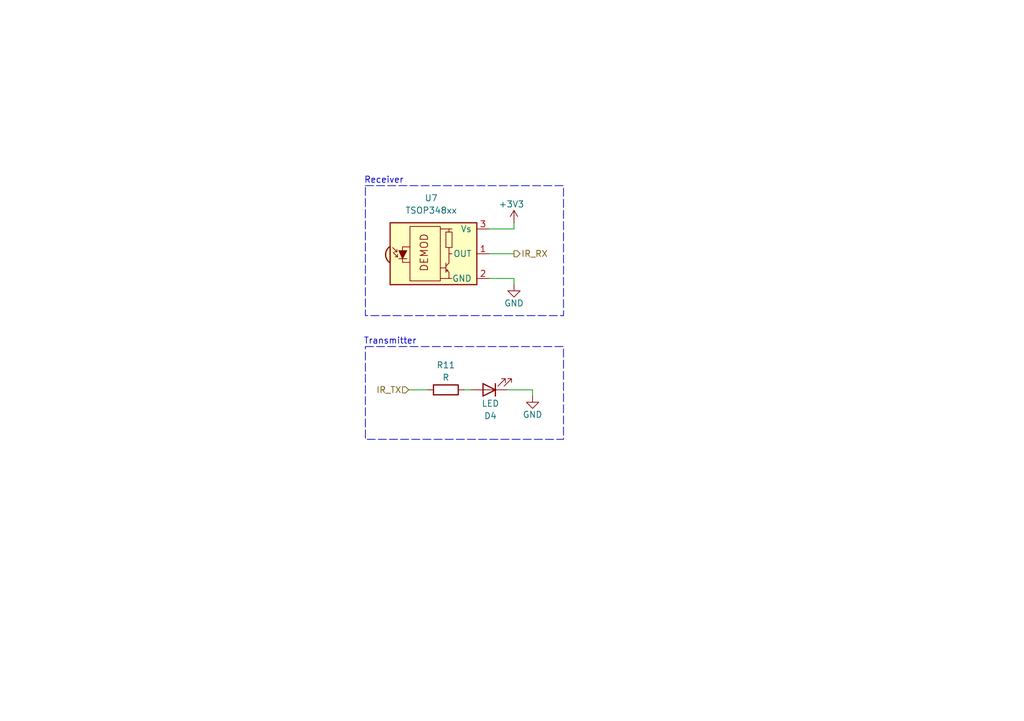
<source format=kicad_sch>
(kicad_sch (version 20250114) (generator "eeschema") (generator_version "9.0")
  (paper "A5")
  (lib_symbols
    (symbol "Device:LED" (pin_numbers (hide yes)) (pin_names (offset 1.016) (hide yes))
      (property "Reference" "D" (at 0 2.54 0))
      (property "Value" "LED" (at 0 -2.54 0))
      (symbol "LED_0_1"
        (polyline (pts (xy -3.048 -0.762) (xy -4.572 -2.286) (xy -3.81 -2.286) (xy -4.572 -2.286) (xy -4.572 -1.524)))
        (polyline (pts (xy -1.778 -0.762) (xy -3.302 -2.286) (xy -2.54 -2.286) (xy -3.302 -2.286) (xy -3.302 -1.524)))
        (polyline (pts (xy -1.27 0) (xy 1.27 0)))
        (polyline (pts (xy -1.27 -1.27) (xy -1.27 1.27)) (stroke (width 0.254)))
        (polyline (pts (xy 1.27 -1.27) (xy 1.27 1.27) (xy -1.27 0) (xy 1.27 -1.27)) (stroke (width 0.254)))
      )
      (symbol "LED_1_1"
        (pin passive line (at -3.81 0 0) (length 2.54) (name "K") (number "1"))
        (pin passive line (at 3.81 0 180) (length 2.54) (name "A") (number "2"))
      )
    )
    (symbol "Device:R" (pin_numbers (hide yes)) (pin_names (offset 0))
      (property "Reference" "R" (at 2.032 0 90))
      (property "Value" "R" (at 0 0 90))
      (symbol "R_0_1"
        (rectangle (start -1.016 -2.54) (end 1.016 2.54) (stroke (width 0.254)))
      )
      (symbol "R_1_1"
        (pin passive line (at 0 3.81 270) (length 1.27) (name "~") (number "1"))
        (pin passive line (at 0 -3.81 90) (length 1.27) (name "~") (number "2"))
      )
    )
    (symbol "Interface_Optical:TSOP348xx" (pin_names (offset 1.016))
      (property "Reference" "U" (at -10.16 7.62 0))
      (property "Value" "TSOP348xx" (at -10.16 -7.62 0))
      (symbol "TSOP348xx_0_0"
        (arc (start -10.287 -1.778) (mid -11.0899 -0.1905) (end -10.287 1.397) (stroke (width 0.254)) (fill (type background)))
        (polyline (pts (xy 1.905 5.08) (xy 0.127 5.08)))
        (polyline (pts (xy 1.905 -5.08) (xy 0.127 -5.08)))
        (text "DEMOD" (at -3.175 0.254 900) (effects (font (size 1.524 1.524))))
      )
      (symbol "TSOP348xx_0_1"
        (polyline (pts (xy -8.763 0.381) (xy -9.652 1.27)))
        (polyline (pts (xy -8.763 0.381) (xy -9.271 0.381)))
        (polyline (pts (xy -8.763 0.381) (xy -8.763 0.889)))
        (polyline (pts (xy -8.636 -0.635) (xy -9.525 0.254)))
        (polyline (pts (xy -8.636 -0.635) (xy -9.144 -0.635)))
        (polyline (pts (xy -8.636 -0.635) (xy -8.636 -0.127)))
        (polyline (pts (xy -8.382 0.635) (xy -6.731 0.635) (xy -7.62 -1.016) (xy -8.382 0.635)) (fill (type outline)))
        (polyline (pts (xy -8.382 -1.016) (xy -6.731 -1.016)))
        (rectangle (start -6.096 5.588) (end 0.127 -5.588))
        (polyline (pts (xy -6.096 1.397) (xy -7.62 1.397) (xy -7.62 -1.778) (xy -6.096 -1.778)))
        (polyline (pts (xy 1.27 -1.905) (xy 1.27 -3.81)))
        (polyline (pts (xy 1.27 -2.54) (xy 1.905 -1.905) (xy 1.905 0) (xy 2.54 0)))
        (polyline (pts (xy 1.27 -2.921) (xy 0.127 -2.921)))
        (polyline (pts (xy 1.27 -3.175) (xy 1.905 -3.81) (xy 1.905 -5.08) (xy 2.54 -5.08)))
        (polyline (pts (xy 1.397 -3.556) (xy 1.524 -3.556)))
        (polyline (pts (xy 1.651 -3.556) (xy 1.524 -3.556)))
        (polyline (pts (xy 1.651 -3.556) (xy 1.651 -3.302)))
        (polyline (pts (xy 1.905 4.445) (xy 1.905 5.08) (xy 2.54 5.08)))
        (polyline (pts (xy 1.905 0) (xy 1.905 1.27)))
        (rectangle (start 2.54 1.27) (end 1.27 4.445))
        (rectangle (start 7.62 6.35) (end -10.16 -6.35) (stroke (width 0.254)) (fill (type background)))
      )
      (symbol "TSOP348xx_1_1"
        (pin power_in line (at 10.16 5.08 180) (length 2.54) (name "Vs") (number "3"))
        (pin output line (at 10.16 0 180) (length 2.54) (name "OUT") (number "1"))
        (pin power_in line (at 10.16 -5.08 180) (length 2.54) (name "GND") (number "2"))
      )
    )
    (symbol "power:+3V3" (power) (pin_numbers (hide yes)) (pin_names (offset 0) (hide yes))
      (property "Value" "+3V3" (at 0 3.556 0))
      (symbol "+3V3_0_1"
        (polyline (pts (xy -0.762 1.27) (xy 0 2.54)))
        (polyline (pts (xy 0 2.54) (xy 0.762 1.27)))
        (polyline (pts (xy 0 0) (xy 0 2.54)))
      )
      (symbol "+3V3_1_1"
        (pin power_in line (at 0 0 90) (length 0) (name "~") (number "1"))
      )
    )
    (symbol "power:GND" (power) (pin_numbers (hide yes)) (pin_names (offset 0) (hide yes))
      (property "Value" "GND" (at 0 -3.81 0))
      (symbol "GND_0_1"
        (polyline (pts (xy 0 0) (xy 0 -1.27) (xy 1.27 -1.27) (xy 0 -2.54) (xy -1.27 -1.27) (xy 0 -1.27)))
      )
      (symbol "GND_1_1"
        (pin power_in line (at 0 0 270) (length 0) (name "~") (number "1"))
      )
    )
  )
  (rectangle (start 74.93 71.12) (end 115.57 90.17) (stroke (width 0) (type dash)))
  (rectangle (start 74.93 38.1) (end 115.57 64.77) (stroke (width 0) (type dash)))
  (text "Transmitter" (at 80.01 70.104 0) (effects (font (size 1.27 1.27))))
  (text "Receiver" (at 78.74 37.084 0) (effects (font (size 1.27 1.27))))
  (wire (pts (xy 109.22 80.01) (xy 109.22 81.28)))
  (wire (pts (xy 95.25 80.01) (xy 96.52 80.01)))
  (wire (pts (xy 105.41 45.72) (xy 105.41 46.99)))
  (wire (pts (xy 100.33 52.07) (xy 105.41 52.07)))
  (wire (pts (xy 105.41 57.15) (xy 105.41 58.42)))
  (wire (pts (xy 83.82 80.01) (xy 87.63 80.01)))
  (wire (pts (xy 104.14 80.01) (xy 109.22 80.01)))
  (wire (pts (xy 100.33 57.15) (xy 105.41 57.15)))
  (wire (pts (xy 105.41 46.99) (xy 100.33 46.99)))
  (hierarchical_label "IR_RX" (shape output) (at 105.41 52.07 0))
  (hierarchical_label "IR_TX" (shape input) (at 83.82 80.01 180))
  (symbol (lib_id "Device:LED") (at 100.33 80.01 180) (unit 1)
    (property "Reference" "D4" (at 100.584 85.344 0))
    (property "Value" "LED" (at 100.584 82.804 0))
    (property "Footprint" "LED_THT:LED_D3.0mm_Horizontal_O1.27mm_Z2.0mm" (effects (hide yes)))
    (property "Description" "Light emitting diode" (effects (hide yes)))
    (property "Sim.Pins" "1=K 2=A" (effects (hide yes)))
  )
  (symbol (lib_id "Interface_Optical:TSOP348xx") (at 90.17 52.07 0) (unit 1)
    (property "Reference" "U7" (at 88.435 40.64 0))
    (property "Value" "TSOP348xx" (at 88.435 43.18 0))
    (property "Footprint" "OptoDevice:Vishay_MOLD-3Pin" (effects (hide yes)))
    (property "Datasheet" "https://www.vishay.com/docs/82489/tsop322.pdf" (effects (hide yes)))
    (property "Description" "IR Receiver Modules for Remote Control Systems" (effects (hide yes)))
  )
  (symbol (lib_id "Device:R") (at 91.44 80.01 90) (unit 1)
    (property "Reference" "R11" (at 91.44 74.93 90))
    (property "Value" "R" (at 91.44 77.47 90))
    (property "Footprint" "Resistor_SMD:R_0603_1608Metric" (effects (hide yes)))
    (property "Description" "Resistor" (effects (hide yes)))
  )
  (symbol (lib_id "power:+3V3") (at 105.41 45.72 0) (unit 1)
    (property "Reference" "#PWR017" (effects (hide yes)))
    (property "Value" "+3V3" (at 104.902 41.91 0))
    (property "Description" "Power symbol creates a global label with name \"+3V3\"" (effects (hide yes)))
  )
  (symbol (lib_id "power:GND") (at 105.41 58.42 0) (unit 1)
    (property "Reference" "#PWR018" (effects (hide yes)))
    (property "Value" "GND" (at 105.41 62.23 0))
    (property "Description" "Power symbol creates a global label with name \"GND\" , ground" (effects (hide yes)))
  )
  (symbol (lib_id "power:GND") (at 109.22 81.28 0) (unit 1)
    (property "Reference" "#PWR016" (effects (hide yes)))
    (property "Value" "GND" (at 109.22 85.09 0))
    (property "Description" "Power symbol creates a global label with name \"GND\" , ground" (effects (hide yes)))
  )
)
</source>
